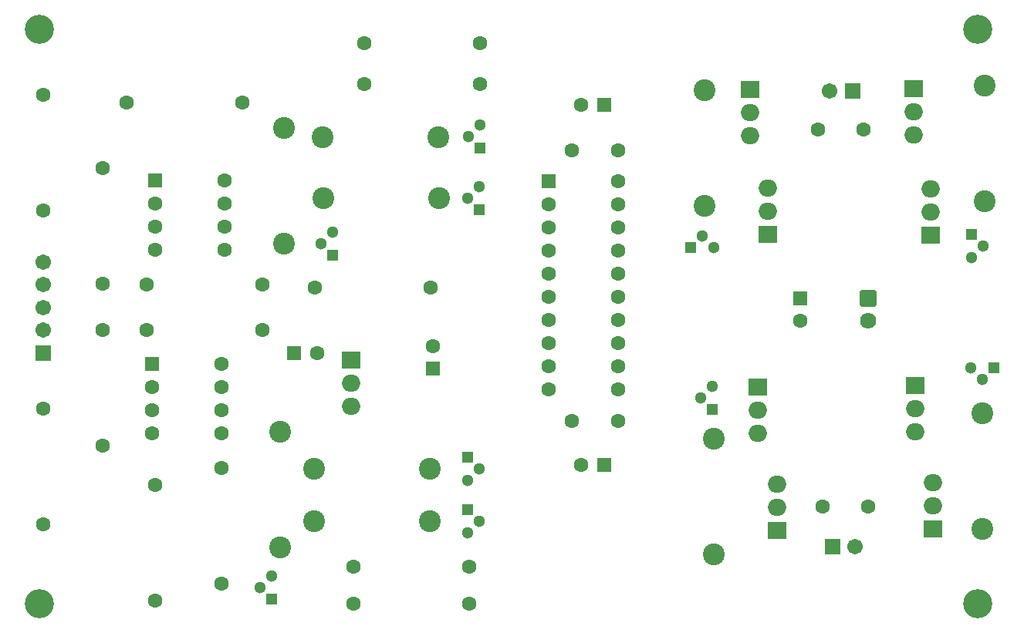
<source format=gbr>
%TF.GenerationSoftware,KiCad,Pcbnew,9.0.2*%
%TF.CreationDate,2025-07-08T23:56:41-07:00*%
%TF.ProjectId,h-bridge,682d6272-6964-4676-952e-6b696361645f,V1.0*%
%TF.SameCoordinates,Original*%
%TF.FileFunction,Soldermask,Bot*%
%TF.FilePolarity,Negative*%
%FSLAX46Y46*%
G04 Gerber Fmt 4.6, Leading zero omitted, Abs format (unit mm)*
G04 Created by KiCad (PCBNEW 9.0.2) date 2025-07-08 23:56:41*
%MOMM*%
%LPD*%
G01*
G04 APERTURE LIST*
G04 Aperture macros list*
%AMRoundRect*
0 Rectangle with rounded corners*
0 $1 Rounding radius*
0 $2 $3 $4 $5 $6 $7 $8 $9 X,Y pos of 4 corners*
0 Add a 4 corners polygon primitive as box body*
4,1,4,$2,$3,$4,$5,$6,$7,$8,$9,$2,$3,0*
0 Add four circle primitives for the rounded corners*
1,1,$1+$1,$2,$3*
1,1,$1+$1,$4,$5*
1,1,$1+$1,$6,$7*
1,1,$1+$1,$8,$9*
0 Add four rect primitives between the rounded corners*
20,1,$1+$1,$2,$3,$4,$5,0*
20,1,$1+$1,$4,$5,$6,$7,0*
20,1,$1+$1,$6,$7,$8,$9,0*
20,1,$1+$1,$8,$9,$2,$3,0*%
G04 Aperture macros list end*
%ADD10C,3.200000*%
%ADD11C,2.400000*%
%ADD12C,1.712000*%
%ADD13RoundRect,0.102000X-0.754000X-0.754000X0.754000X-0.754000X0.754000X0.754000X-0.754000X0.754000X0*%
%ADD14O,2.000000X1.905000*%
%ADD15R,2.000000X1.905000*%
%ADD16C,1.600000*%
%ADD17C,1.300000*%
%ADD18R,1.300000X1.300000*%
%ADD19RoundRect,0.102000X-0.754000X0.754000X-0.754000X-0.754000X0.754000X-0.754000X0.754000X0.754000X0*%
%ADD20RoundRect,0.250000X-0.550000X-0.550000X0.550000X-0.550000X0.550000X0.550000X-0.550000X0.550000X0*%
%ADD21RoundRect,0.250000X0.550000X0.550000X-0.550000X0.550000X-0.550000X-0.550000X0.550000X-0.550000X0*%
%ADD22RoundRect,0.250000X-0.550000X0.550000X-0.550000X-0.550000X0.550000X-0.550000X0.550000X0.550000X0*%
%ADD23RoundRect,0.250000X0.550000X-0.550000X0.550000X0.550000X-0.550000X0.550000X-0.550000X-0.550000X0*%
%ADD24C,1.779000*%
%ADD25RoundRect,0.102000X0.787500X-0.787500X0.787500X0.787500X-0.787500X0.787500X-0.787500X-0.787500X0*%
%ADD26RoundRect,0.102000X0.754000X0.754000X-0.754000X0.754000X-0.754000X-0.754000X0.754000X-0.754000X0*%
G04 APERTURE END LIST*
D10*
%TO.C,REF\u002A\u002A*%
X91450000Y-67400000D03*
%TD*%
D11*
%TO.C,R16*%
X194950000Y-122231945D03*
X194950000Y-109531945D03*
%TD*%
D12*
%TO.C,J3*%
X181000000Y-124200000D03*
D13*
X178500000Y-124200000D03*
%TD*%
D14*
%TO.C,U11*%
X187550000Y-111530000D03*
X187550000Y-108990000D03*
D15*
X187550000Y-106450000D03*
%TD*%
D10*
%TO.C,REF\u002A\u002A*%
X91450000Y-130400000D03*
%TD*%
D11*
%TO.C,R15*%
X165450000Y-112340000D03*
X165450000Y-125040000D03*
%TD*%
D16*
%TO.C,C6*%
X154950000Y-80660000D03*
X149950000Y-80660000D03*
%TD*%
D14*
%TO.C,U13*%
X170350000Y-111690000D03*
X170350000Y-109150000D03*
D15*
X170350000Y-106610000D03*
%TD*%
D17*
%TO.C,U22*%
X193750000Y-92400000D03*
X195020000Y-91130000D03*
D18*
X193750000Y-89860000D03*
%TD*%
D16*
%TO.C,C1*%
X177450000Y-119800000D03*
X182450000Y-119800000D03*
%TD*%
D17*
%TO.C,U21*%
X165450000Y-91290000D03*
X164180000Y-90020000D03*
D18*
X162910000Y-91290000D03*
%TD*%
D12*
%TO.C,J5*%
X91950000Y-92900000D03*
X91950000Y-95400000D03*
X91950000Y-97900000D03*
X91950000Y-100400000D03*
D19*
X91950000Y-102900000D03*
%TD*%
D17*
%TO.C,U7*%
X116950000Y-127400000D03*
X115680000Y-128670000D03*
D18*
X116950000Y-129940000D03*
%TD*%
D17*
%TO.C,U23*%
X139780000Y-84630000D03*
X138510000Y-85900000D03*
D18*
X139780000Y-87170000D03*
%TD*%
D16*
%TO.C,U1*%
X111780000Y-83950000D03*
X111780000Y-86490000D03*
X111780000Y-89030000D03*
X111780000Y-91570000D03*
X104160000Y-91570000D03*
X104160000Y-89030000D03*
X104160000Y-86490000D03*
D20*
X104160000Y-83950000D03*
%TD*%
D17*
%TO.C,U18*%
X138450000Y-116920000D03*
X139720000Y-115650000D03*
D18*
X138450000Y-114380000D03*
%TD*%
D14*
%TO.C,U10*%
X187450000Y-78960000D03*
X187450000Y-76420000D03*
D15*
X187450000Y-73880000D03*
%TD*%
D17*
%TO.C,U5*%
X123660000Y-89630000D03*
X122390000Y-90900000D03*
D18*
X123660000Y-92170000D03*
%TD*%
D14*
%TO.C,U14*%
X172400000Y-117320000D03*
X172400000Y-119860000D03*
D15*
X172400000Y-122400000D03*
%TD*%
D10*
%TO.C,REF\u002A\u002A*%
X194450000Y-67400000D03*
%TD*%
D16*
%TO.C,U6*%
X111510000Y-104090000D03*
X111510000Y-106630000D03*
X111510000Y-109170000D03*
X111510000Y-111710000D03*
X103890000Y-111710000D03*
X103890000Y-109170000D03*
X103890000Y-106630000D03*
D20*
X103890000Y-104090000D03*
%TD*%
D16*
%TO.C,R5*%
X134450000Y-95700000D03*
X121750000Y-95700000D03*
%TD*%
D17*
%TO.C,U24*%
X139800000Y-77860000D03*
X138530000Y-79130000D03*
D18*
X139800000Y-80400000D03*
%TD*%
D14*
%TO.C,U4*%
X171450000Y-84820000D03*
X171450000Y-87360000D03*
D15*
X171450000Y-89900000D03*
%TD*%
D16*
%TO.C,R9*%
X103250000Y-100400000D03*
X115950000Y-100400000D03*
%TD*%
%TO.C,R8*%
X111450000Y-128250000D03*
X111450000Y-115550000D03*
%TD*%
D11*
%TO.C,R22*%
X134300000Y-121340000D03*
X121600000Y-121340000D03*
%TD*%
D17*
%TO.C,U19*%
X165310000Y-106590000D03*
X164040000Y-107860000D03*
D18*
X165310000Y-109130000D03*
%TD*%
D14*
%TO.C,U2*%
X125700000Y-108730000D03*
X125700000Y-106190000D03*
D15*
X125700000Y-103650000D03*
%TD*%
D11*
%TO.C,R24*%
X135380000Y-85880000D03*
X122680000Y-85880000D03*
%TD*%
D16*
%TO.C,R7*%
X91950000Y-121750000D03*
X91950000Y-109050000D03*
%TD*%
D14*
%TO.C,U9*%
X189250000Y-84900000D03*
X189250000Y-87440000D03*
D15*
X189250000Y-89980000D03*
%TD*%
D16*
%TO.C,C8*%
X150950000Y-115160000D03*
D21*
X153450000Y-115160000D03*
%TD*%
D16*
%TO.C,R20*%
X139800000Y-73400000D03*
X127100000Y-73400000D03*
%TD*%
D11*
%TO.C,R23*%
X135300000Y-79190000D03*
X122600000Y-79190000D03*
%TD*%
%TO.C,R21*%
X134300000Y-115650000D03*
X121600000Y-115650000D03*
%TD*%
D17*
%TO.C,U17*%
X138450000Y-122670000D03*
X139720000Y-121400000D03*
D18*
X138450000Y-120130000D03*
%TD*%
D11*
%TO.C,R18*%
X195250000Y-86250000D03*
X195250000Y-73550000D03*
%TD*%
D16*
%TO.C,R10*%
X104200000Y-130100000D03*
X104200000Y-117400000D03*
%TD*%
%TO.C,C2*%
X181950000Y-78400000D03*
X176950000Y-78400000D03*
%TD*%
%TO.C,C5*%
X174975000Y-99400000D03*
D22*
X174975000Y-96900000D03*
%TD*%
D16*
%TO.C,C7*%
X154950000Y-110410000D03*
X149950000Y-110410000D03*
%TD*%
%TO.C,U3*%
X154950000Y-84080000D03*
X154950000Y-86620000D03*
X154950000Y-89160000D03*
X154950000Y-91700000D03*
X154950000Y-94240000D03*
X154950000Y-96780000D03*
X154950000Y-99320000D03*
X154950000Y-101860000D03*
X154950000Y-104400000D03*
X154950000Y-106940000D03*
X147330000Y-106940000D03*
X147330000Y-104400000D03*
X147330000Y-101860000D03*
X147330000Y-99320000D03*
X147330000Y-96780000D03*
X147330000Y-94240000D03*
X147330000Y-91700000D03*
X147330000Y-89160000D03*
X147330000Y-86620000D03*
D20*
X147330000Y-84080000D03*
%TD*%
D16*
%TO.C,R1*%
X91950000Y-74550000D03*
X91950000Y-87250000D03*
%TD*%
%TO.C,C3*%
X134700000Y-102150000D03*
D23*
X134700000Y-104650000D03*
%TD*%
D16*
%TO.C,C9*%
X150950000Y-75660000D03*
D21*
X153450000Y-75660000D03*
%TD*%
D16*
%TO.C,R4*%
X101100000Y-75400000D03*
X113800000Y-75400000D03*
%TD*%
%TO.C,R6*%
X98450000Y-113050000D03*
X98450000Y-100350000D03*
%TD*%
D11*
%TO.C,R14*%
X118300000Y-90900000D03*
X118300000Y-78200000D03*
%TD*%
D24*
%TO.C,J1*%
X182450000Y-99400000D03*
D25*
X182450000Y-96900000D03*
%TD*%
D16*
%TO.C,R3*%
X103250000Y-95400000D03*
X115950000Y-95400000D03*
%TD*%
D12*
%TO.C,J2*%
X178200000Y-74150000D03*
D26*
X180700000Y-74150000D03*
%TD*%
D14*
%TO.C,U12*%
X189550000Y-117170000D03*
X189550000Y-119710000D03*
D15*
X189550000Y-122250000D03*
%TD*%
D16*
%TO.C,R12*%
X138650000Y-130400000D03*
X125950000Y-130400000D03*
%TD*%
%TO.C,R19*%
X139800000Y-68900000D03*
X127100000Y-68900000D03*
%TD*%
D10*
%TO.C,REF\u002A\u002A*%
X194450000Y-130400000D03*
%TD*%
D11*
%TO.C,R13*%
X117950000Y-124250000D03*
X117950000Y-111550000D03*
%TD*%
D14*
%TO.C,U8*%
X169450000Y-79020000D03*
X169450000Y-76480000D03*
D15*
X169450000Y-73940000D03*
%TD*%
D16*
%TO.C,R11*%
X138650000Y-126400000D03*
X125950000Y-126400000D03*
%TD*%
D11*
%TO.C,R17*%
X164450000Y-74020000D03*
X164450000Y-86720000D03*
%TD*%
D17*
%TO.C,U20*%
X193680000Y-104531945D03*
X194950000Y-105801945D03*
D18*
X196220000Y-104531945D03*
%TD*%
D16*
%TO.C,R2*%
X98450000Y-82600000D03*
X98450000Y-95300000D03*
%TD*%
%TO.C,C4*%
X121950000Y-102900000D03*
D20*
X119450000Y-102900000D03*
%TD*%
M02*

</source>
